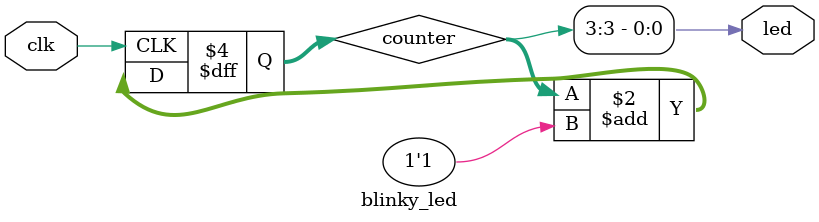
<source format=v>
module blinky_led(input wire clk,
                  output wire led);
  parameter WIDTH = 4;
  reg [WIDTH-1:0] counter;
  initial counter = 0;
  always @ (posedge clk) begin
    /*
      4-bits counter with increment by one bit.
      0001, 
      0010, 0011, 
      0100, 0101, 0111,
      1000, 1001, 1010, 1011, 1100, 1101, 1111,
      (7th clock)

      5-bits counter with increment by one bit.
      00001, 
      00010, 00011, 
      00100, 00101, 00110, 00111, 
      01000, 01001, 01010, 01011, 01100, 01101, 01110, 01111,
      10000,
      (15th clock)

      conclusion: on every 2^N-1th clock
    */
    counter <= counter + 1'b1;
  end
  assign led = counter[WIDTH-1];

endmodule

</source>
